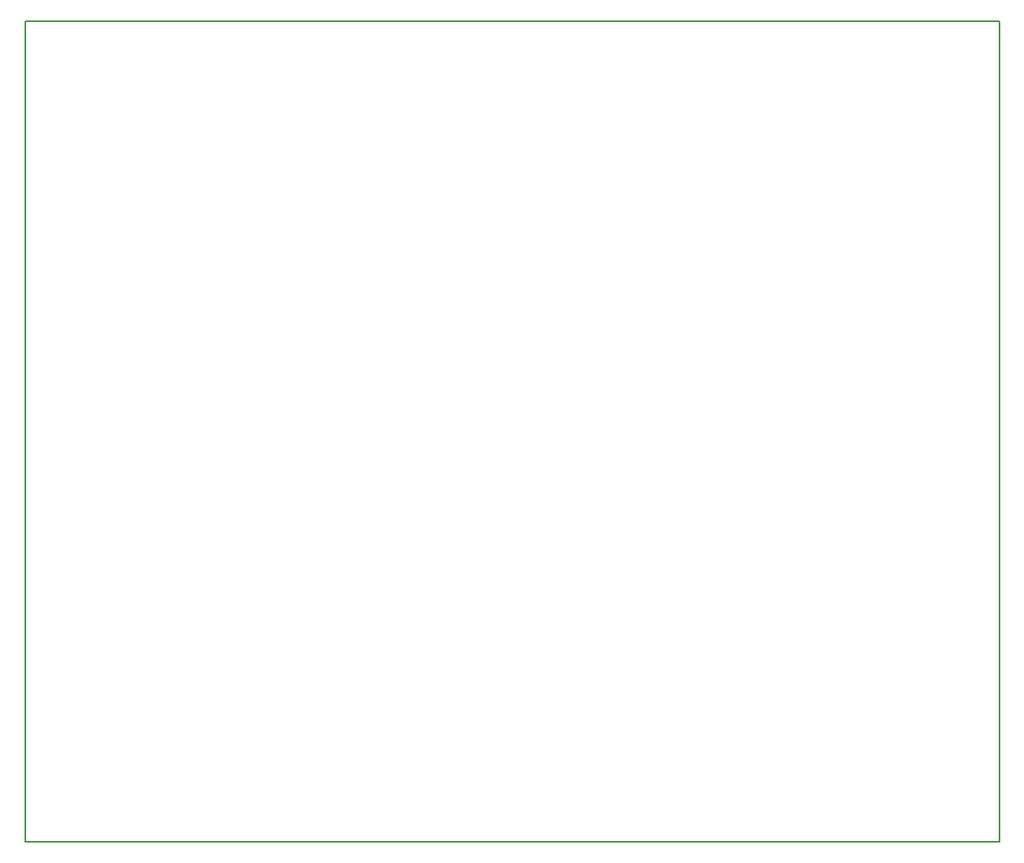
<source format=gbr>
G04 #@! TF.FileFunction,Profile,NP*
%FSLAX46Y46*%
G04 Gerber Fmt 4.6, Leading zero omitted, Abs format (unit mm)*
G04 Created by KiCad (PCBNEW 4.0.2+dfsg1-stable) date sáb 25 feb 2017 08:56:35 CET*
%MOMM*%
G01*
G04 APERTURE LIST*
%ADD10C,0.100000*%
%ADD11C,0.150000*%
G04 APERTURE END LIST*
D10*
D11*
X53800000Y-127900000D02*
X53800000Y-42800000D01*
X154800000Y-127900000D02*
X53800000Y-127900000D01*
X154800000Y-42800000D02*
X154800000Y-127900000D01*
X53800000Y-42800000D02*
X154800000Y-42800000D01*
M02*

</source>
